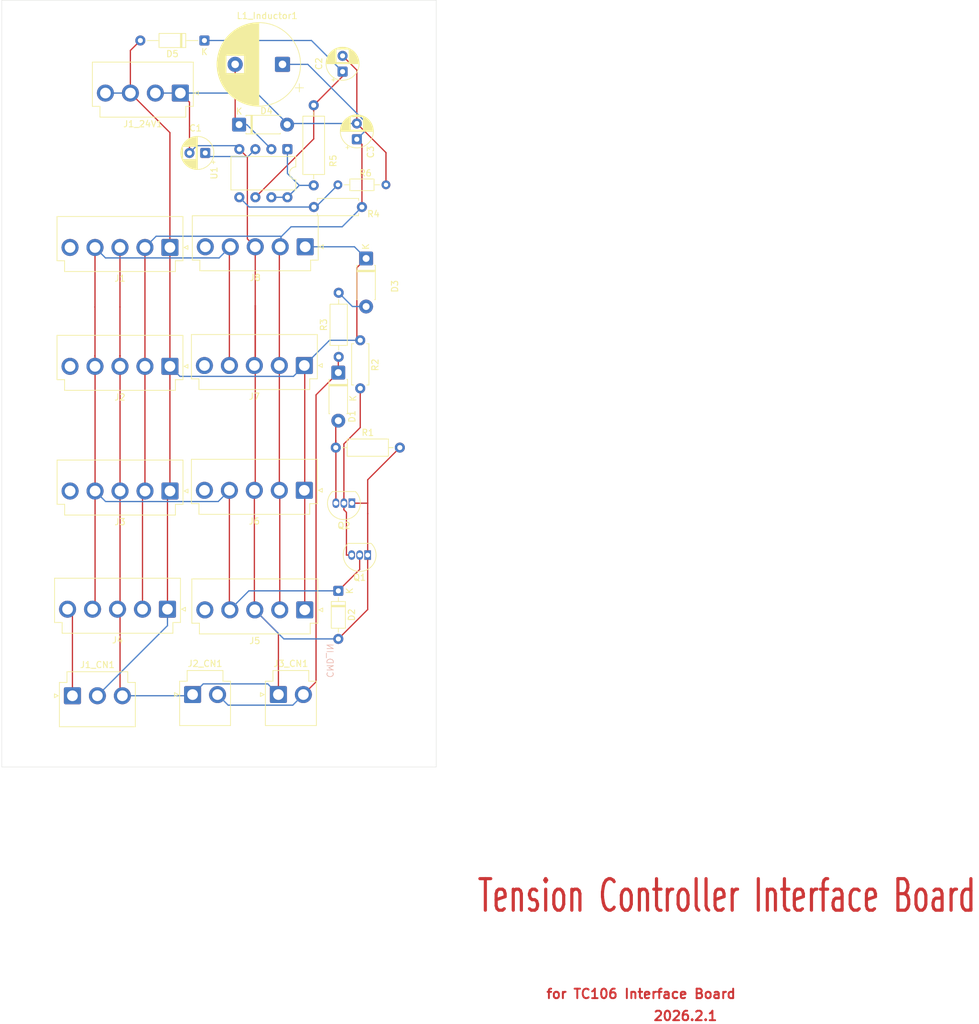
<source format=kicad_pcb>
(kicad_pcb (version 20241229) (generator "pcbnew") (generator_version "9.0")
  (layers (0 "F.Cu" signal) (2 "B.Cu" signal) (13 "F.Paste" user) (15 "B.Paste" user) (5 "F.SilkS" user "F.Silkscreen") (7 "B.SilkS" user "B.Silkscreen") (1 "F.Mask" user) (3 "B.Mask" user) (25 "Edge.Cuts" user))
  (net 0 "")
  (net 1 "+24V")
  (net 2 "/+24V_FILT")
  (net 3 "/CMD_IN_PROT")
  (net 4 "GND")
  (net 5 "/SW_OUT")
  (net 8 "/MC34063_TC")
  (net 9 "/TC_TX_REP")
  (net 10 "/TC_CMD_BUS")
  (net 11 "/+5V_OUT")
  (net 12 "/CMD_IN")
  (net 18 "/Q1_BASE")
  (net 19 "/Q2_BASE")
  (net 20 "/V_FB")
  (net 21 "/I_SENSE")
  (footprint "Connector_JST:JST_VH_B5P-VH-B_1x05_P3.96mm_Vertical" (layer "F.Cu") (at 135.4558 71.3262 180)
    (property "Reference" "J1" (at 7.92 -4.9 0) (layer "F.SilkS"))
    (property "Value" "JST_VH_01x05")
    (pad "1" thru_hole roundrect (at 0 0 180) (size 2.7 2.7) (drill 1.7) (layers "*.Cu" "*.Mask") (roundrect_rratio 0.092593) (net 1 "+24V"))
    (pad "2" thru_hole circle (at 3.96 0 180) (size 2.7 2.7) (drill 1.7) (layers "*.Cu" "*.Mask") (net 11 "/+5V_OUT"))
    (pad "3" thru_hole circle (at 7.92 0 180) (size 2.7 2.7) (drill 1.7) (layers "*.Cu" "*.Mask") (net 4 "GND"))
    (pad "4" thru_hole circle (at 11.88 0 180) (size 2.7 2.7) (drill 1.7) (layers "*.Cu" "*.Mask") (net 10 "/TC_CMD_BUS"))
    (pad "5" thru_hole circle (at 15.84 0 180) (size 2.7 2.7) (drill 1.7) (layers "*.Cu" "*.Mask"))
  )
  (footprint "Capacitor_THT:CP_Radial_D5.0mm_P2.50mm" (layer "F.Cu") (at 165.0958 54.1762 90)
    (property "Reference" "C3" (at -2.02 2.19 90) (layer "F.SilkS"))
    (property "Value" "470uF 16V")
    (pad "1" thru_hole roundrect (at 0 0 90) (size 1.6 1.6) (drill 0.8) (layers "*.Cu" "*.Mask") (roundrect_rratio 0.15625) (net 11 "/+5V_OUT"))
    (pad "2" thru_hole circle (at 2.5 0 90) (size 1.6 1.6) (drill 0.8) (layers "*.Cu" "*.Mask") (net 4 "GND"))
  )
  (footprint "Resistor_THT:R_Axial_DIN0204_L3.6mm_D1.6mm_P7.62mm_Horizontal" (layer "F.Cu") (at 162.0958 61.3962)
    (property "Reference" "R6" (at 4.37 -1.84 0) (layer "F.SilkS"))
    (property "Value" "1k")
    (pad "1" thru_hole circle (at 0 0) (size 1.4 1.4) (drill 0.7) (layers "*.Cu" "*.Mask") (net 20 "/V_FB"))
    (pad "2" thru_hole circle (at 7.62 0) (size 1.4 1.4) (drill 0.7) (layers "*.Cu" "*.Mask") (net 4 "GND"))
  )
  (footprint "Resistor_THT:R_Axial_DIN0207_L6.3mm_D2.5mm_P10.16mm_Horizontal" (layer "F.Cu") (at 161.7558 103.0462)
    (property "Reference" "R1" (at 5.08 -2.37 0) (layer "F.SilkS"))
    (property "Value" "220")
    (pad "1" thru_hole circle (at 0 0) (size 1.6 1.6) (drill 0.8) (layers "*.Cu" "*.Mask") (net 19 "/Q2_BASE"))
    (pad "2" thru_hole circle (at 10.16 0) (size 1.6 1.6) (drill 0.8) (layers "*.Cu" "*.Mask") (net 4 "GND"))
  )
  (footprint "Connector_JST:JST_VH_B5P-VH-B_1x05_P3.96mm_Vertical" (layer "F.Cu") (at 156.9058 71.2162 180)
    (property "Reference" "J8" (at 7.92 -4.9 0) (layer "F.SilkS"))
    (property "Value" "JST_VH_01x05" (hide yes))
    (pad "1" thru_hole roundrect (at 0 0 180) (size 2.7 2.7) (drill 1.7) (layers "*.Cu" "*.Mask") (roundrect_rratio 0.092593) (net 1 "+24V"))
    (pad "2" thru_hole circle (at 3.96 0 180) (size 2.7 2.7) (drill 1.7) (layers "*.Cu" "*.Mask") (net 11 "/+5V_OUT"))
    (pad "3" thru_hole circle (at 7.92 0 180) (size 2.7 2.7) (drill 1.7) (layers "*.Cu" "*.Mask") (net 4 "GND"))
    (pad "4" thru_hole circle (at 11.88 0 180) (size 2.7 2.7) (drill 1.7) (layers "*.Cu" "*.Mask") (net 10 "/TC_CMD_BUS"))
    (pad "5" thru_hole circle (at 15.84 0 180) (size 2.7 2.7) (drill 1.7) (layers "*.Cu" "*.Mask"))
  )
  (footprint "Resistor_THT:R_Axial_DIN0207_L6.3mm_D2.5mm_P7.62mm_Horizontal" (layer "F.Cu") (at 165.6358 86.0362 -90)
    (property "Reference" "R2" (at 3.9 -2.37 90) (layer "F.SilkS"))
    (property "Value" "10k")
    (pad "1" thru_hole circle (at 0 0 270) (size 1.6 1.6) (drill 0.8) (layers "*.Cu" "*.Mask") (net 1 "+24V"))
    (pad "2" thru_hole circle (at 7.62 0 270) (size 1.6 1.6) (drill 0.8) (layers "*.Cu" "*.Mask") (net 18 "/Q1_BASE"))
  )
  (footprint "Resistor_THT:R_Axial_DIN0207_L6.3mm_D2.5mm_P10.16mm_Horizontal" (layer "F.Cu") (at 162.2158 88.6662 90)
    (property "Reference" "R3" (at 5.08 -2.37 90) (layer "F.SilkS"))
    (property "Value" "1k2")
    (pad "1" thru_hole circle (at 0 0 90) (size 1.6 1.6) (drill 0.8) (layers "*.Cu" "*.Mask") (net 12 "/CMD_IN"))
    (pad "2" thru_hole circle (at 10.16 0 90) (size 1.6 1.6) (drill 0.8) (layers "*.Cu" "*.Mask") (net 3 "/CMD_IN_PROT"))
  )
  (footprint "Diode_THT:D_DO-35_SOD27_P7.62mm_Horizontal" (layer "F.Cu") (at 162.1604 125.747 -90)
    (property "Reference" "D2" (at 3.81 -2.12 270) (layer "F.SilkS"))
    (property "Value" "1N4148")
    (fp_text user "K" (at 0 -1.8 270) (layer "F.SilkS"))
    (pad "1" thru_hole roundrect (at 0 0 270) (size 1.6 1.6) (drill 0.8) (layers "*.Cu" "*.Mask") (roundrect_rratio 0.15625) (net 10 "/TC_CMD_BUS"))
    (pad "2" thru_hole circle (at 7.62 0 270) (size 1.6 1.6) (drill 0.8) (layers "*.Cu" "*.Mask") (net 4 "GND"))
  )
  (footprint "Diode_THT:D_DO-41_SOD81_P7.62mm_Horizontal" (layer "F.Cu") (at 162.1558 91.1562 -90)
    (property "Reference" "D1" (at 6.95 -2.19 270) (layer "F.SilkS"))
    (property "Value" "1N4148")
    (fp_text user "K" (at 4.08 -2.34 270) (layer "F.SilkS"))
    (pad "1" thru_hole roundrect (at 0 0 270) (size 2.2 2.2) (drill 1.1) (layers "*.Cu" "*.Mask") (roundrect_rratio 0.113636) (net 12 "/CMD_IN"))
    (pad "2" thru_hole circle (at 7.62 0 270) (size 2.2 2.2) (drill 1.1) (layers "*.Cu" "*.Mask") (net 19 "/Q2_BASE"))
  )
  (footprint "Connector_JST:JST_VH_B5P-VH-B_1x05_P3.96mm_Vertical" (layer "F.Cu") (at 156.8358 128.7662 180)
    (property "Reference" "J5" (at 7.92 -4.9 0) (layer "F.SilkS"))
    (property "Value" "JST_VH_01x05" (hide yes))
    (pad "1" thru_hole roundrect (at 0 0 180) (size 2.7 2.7) (drill 1.7) (layers "*.Cu" "*.Mask") (roundrect_rratio 0.092593) (net 1 "+24V"))
    (pad "2" thru_hole circle (at 3.96 0 180) (size 2.7 2.7) (drill 1.7) (layers "*.Cu" "*.Mask") (net 11 "/+5V_OUT"))
    (pad "3" thru_hole circle (at 7.92 0 180) (size 2.7 2.7) (drill 1.7) (layers "*.Cu" "*.Mask") (net 4 "GND"))
    (pad "4" thru_hole circle (at 11.88 0 180) (size 2.7 2.7) (drill 1.7) (layers "*.Cu" "*.Mask") (net 10 "/TC_CMD_BUS"))
    (pad "5" thru_hole circle (at 15.84 0 180) (size 2.7 2.7) (drill 1.7) (layers "*.Cu" "*.Mask"))
  )
  (footprint "Diode_THT:D_DO-41_SOD81_P7.62mm_Horizontal" (layer "F.Cu") (at 146.4258 51.8562)
    (property "Reference" "D4" (at 4.34 -2.18 0) (layer "F.SilkS"))
    (property "Value" "1N5819")
    (fp_text user "K" (at 0 -2.1 0) (layer "F.SilkS"))
    (pad "1" thru_hole roundrect (at 0 0) (size 2.2 2.2) (drill 1.1) (layers "*.Cu" "*.Mask") (roundrect_rratio 0.113636) (net 5 "/SW_OUT"))
    (pad "2" thru_hole circle (at 7.62 0) (size 2.2 2.2) (drill 1.1) (layers "*.Cu" "*.Mask") (net 4 "GND"))
  )
  (footprint "Package_TO_SOT_THT:TO-92_Inline" (layer "F.Cu") (at 164.3158 111.8562 180)
    (property "Reference" "Q2" (at 1.27 -3.56 0) (layer "F.SilkS"))
    (property "Value" "DTC143E")
    (pad "1" thru_hole rect (at 0 0 180) (size 1.05 1.5) (drill 0.75) (layers "*.Cu" "*.Mask") (net 4 "GND"))
    (pad "2" thru_hole oval (at 1.27 0 180) (size 1.05 1.5) (drill 0.75) (layers "*.Cu" "*.Mask") (net 18 "/Q1_BASE"))
    (pad "3" thru_hole oval (at 2.54 0 180) (size 1.05 1.5) (drill 0.75) (layers "*.Cu" "*.Mask") (net 19 "/Q2_BASE"))
  )
  (footprint "Capacitor_THT:CP_Radial_D13.0mm_P7.50mm" (layer "F.Cu") (at 153.301 42.3062 180)
    (property "Reference" "L1_Inductor1" (at 2.428788 7.7 0) (layer "F.SilkS"))
    (property "Value" "330uH" (hide yes))
    (pad "1" thru_hole roundrect (at 0 0 180) (size 2.4 2.4) (drill 1.2) (layers "*.Cu" "*.Mask") (roundrect_rratio 0.104167) (net 11 "/+5V_OUT"))
    (pad "2" thru_hole circle (at 7.5 0 180) (size 2.4 2.4) (drill 1.2) (layers "*.Cu" "*.Mask") (net 5 "/SW_OUT"))
  )
  (footprint "Capacitor_THT:CP_Radial_D5.0mm_P2.50mm" (layer "F.Cu") (at 162.8358 43.4562 90)
    (property "Reference" "C2" (at 1.25 -3.75 90) (layer "F.SilkS"))
    (property "Value" "1000uF 35V")
    (pad "1" thru_hole roundrect (at 0 0 90) (size 1.6 1.6) (drill 0.8) (layers "*.Cu" "*.Mask") (roundrect_rratio 0.15625) (net 2 "/+24V_FILT"))
    (pad "2" thru_hole circle (at 2.5 0 90) (size 1.6 1.6) (drill 0.8) (layers "*.Cu" "*.Mask") (net 4 "GND"))
  )
  (footprint "Resistor_THT:R_Axial_DIN0309_L9.0mm_D3.2mm_P12.70mm_Horizontal" (layer "F.Cu") (at 158.2558 61.4862 90)
    (property "Reference" "R5" (at 3.88 3.09 90) (layer "F.SilkS"))
    (property "Value" "0R22")
    (pad "1" thru_hole circle (at 0 0 90) (size 1.6 1.6) (drill 0.8) (layers "*.Cu" "*.Mask") (net 21 "/I_SENSE"))
    (pad "2" thru_hole circle (at 12.7 0 90) (size 1.6 1.6) (drill 0.8) (layers "*.Cu" "*.Mask") (net 2 "/+24V_FILT"))
  )
  (footprint "Capacitor_THT:CP_Radial_D5.0mm_P2.50mm" (layer "F.Cu") (at 141.0558 56.3462 180)
    (property "Reference" "C1" (at 1.54 3.93 0) (layer "F.SilkS"))
    (property "Value" "470pF 100V")
    (pad "1" thru_hole roundrect (at 0 0 180) (size 1.6 1.6) (drill 0.8) (layers "*.Cu" "*.Mask") (roundrect_rratio 0.15625) (net 8 "/MC34063_TC"))
    (pad "2" thru_hole circle (at 2.5 0 180) (size 1.6 1.6) (drill 0.8) (layers "*.Cu" "*.Mask") (net 4 "GND"))
  )
  (footprint "Connector_JST:JST_VH_B5P-VH-B_1x05_P3.96mm_Vertical" (layer "F.Cu") (at 135.4558 90.1662 180)
    (property "Reference" "J2" (at 7.92 -4.9 0) (layer "F.SilkS"))
    (property "Value" "JST_VH_01x05")
    (pad "1" thru_hole roundrect (at 0 0 180) (size 2.7 2.7) (drill 1.7) (layers "*.Cu" "*.Mask") (roundrect_rratio 0.092593) (net 1 "+24V"))
    (pad "2" thru_hole circle (at 3.96 0 180) (size 2.7 2.7) (drill 1.7) (layers "*.Cu" "*.Mask") (net 11 "/+5V_OUT"))
    (pad "3" thru_hole circle (at 7.92 0 180) (size 2.7 2.7) (drill 1.7) (layers "*.Cu" "*.Mask") (net 4 "GND"))
    (pad "4" thru_hole circle (at 11.88 0 180) (size 2.7 2.7) (drill 1.7) (layers "*.Cu" "*.Mask") (net 10 "/TC_CMD_BUS"))
    (pad "5" thru_hole circle (at 15.84 0 180) (size 2.7 2.7) (drill 1.7) (layers "*.Cu" "*.Mask"))
  )
  (footprint "Package_TO_SOT_THT:TO-92_Inline" (layer "F.Cu") (at 166.8158 120.0762 180)
    (property "Reference" "Q1" (at 1.27 -3.56 0) (layer "F.SilkS"))
    (property "Value" "DTC143E")
    (pad "1" thru_hole rect (at 0 0 180) (size 1.05 1.5) (drill 0.75) (layers "*.Cu" "*.Mask") (net 4 "GND"))
    (pad "2" thru_hole oval (at 1.27 0 180) (size 1.05 1.5) (drill 0.75) (layers "*.Cu" "*.Mask") (net 10 "/TC_CMD_BUS"))
    (pad "3" thru_hole oval (at 2.54 0 180) (size 1.05 1.5) (drill 0.75) (layers "*.Cu" "*.Mask") (net 18 "/Q1_BASE"))
  )
  (footprint "Diode_THT:D_DO-41_SOD81_P7.62mm_Horizontal" (layer "F.Cu") (at 166.5658 73.0662 -90)
    (property "Reference" "D3" (at 4.42 -4.56 90) (layer "F.SilkS"))
    (property "Value" "1N4007")
    (fp_text user "K" (at -1.88 0.043572 90) (layer "F.SilkS"))
    (pad "1" thru_hole roundrect (at 0 0 270) (size 2.2 2.2) (drill 1.1) (layers "*.Cu" "*.Mask") (roundrect_rratio 0.113636) (net 1 "+24V"))
    (pad "2" thru_hole circle (at 7.62 0 270) (size 2.2 2.2) (drill 1.1) (layers "*.Cu" "*.Mask") (net 3 "/CMD_IN_PROT"))
  )
  (footprint "Connector_JST:JST_VH_B5P-VH-B_1x05_P3.96mm_Vertical" (layer "F.Cu") (at 156.7658 109.8162 180)
    (property "Reference" "J6" (at 7.92 -4.9 0) (layer "F.SilkS"))
    (property "Value" "JST_VH_01x05" (hide yes))
    (pad "1" thru_hole roundrect (at 0 0 180) (size 2.7 2.7) (drill 1.7) (layers "*.Cu" "*.Mask") (roundrect_rratio 0.092593) (net 1 "+24V"))
    (pad "2" thru_hole circle (at 3.96 0 180) (size 2.7 2.7) (drill 1.7) (layers "*.Cu" "*.Mask") (net 11 "/+5V_OUT"))
    (pad "3" thru_hole circle (at 7.92 0 180) (size 2.7 2.7) (drill 1.7) (layers "*.Cu" "*.Mask") (net 4 "GND"))
    (pad "4" thru_hole circle (at 11.88 0 180) (size 2.7 2.7) (drill 1.7) (layers "*.Cu" "*.Mask") (net 10 "/TC_CMD_BUS"))
    (pad "5" thru_hole circle (at 15.84 0 180) (size 2.7 2.7) (drill 1.7) (layers "*.Cu" "*.Mask"))
  )
  (footprint "Package_DIP:DIP-8_W7.62mm" (layer "F.Cu") (at 154.0858 55.7512 -90)
    (property "Reference" "U1" (at 3.785 11.62 90) (layer "F.SilkS"))
    (property "Value" "MC34063AP")
    (pad "1" thru_hole roundrect (at 0 0 270) (size 1.6 1.6) (drill 0.8) (layers "*.Cu" "*.Mask") (roundrect_rratio 0.15625) (net 21 "/I_SENSE"))
    (pad "2" thru_hole circle (at 0 2.54 270) (size 1.6 1.6) (drill 0.8) (layers "*.Cu" "*.Mask") (net 5 "/SW_OUT"))
    (pad "3" thru_hole circle (at 0 5.08 270) (size 1.6 1.6) (drill 0.8) (layers "*.Cu" "*.Mask") (net 8 "/MC34063_TC"))
    (pad "4" thru_hole circle (at 0 7.62 270) (size 1.6 1.6) (drill 0.8) (layers "*.Cu" "*.Mask") (net 4 "GND"))
    (pad "5" thru_hole circle (at 7.62 7.62 270) (size 1.6 1.6) (drill 0.8) (layers "*.Cu" "*.Mask") (net 20 "/V_FB"))
    (pad "6" thru_hole circle (at 7.62 5.08 270) (size 1.6 1.6) (drill 0.8) (layers "*.Cu" "*.Mask") (net 2 "/+24V_FILT"))
    (pad "7" thru_hole circle (at 7.62 2.54 270) (size 1.6 1.6) (drill 0.8) (layers "*.Cu" "*.Mask") (net 21 "/I_SENSE"))
    (pad "8" thru_hole circle (at 7.62 0 270) (size 1.6 1.6) (drill 0.8) (layers "*.Cu" "*.Mask") (net 21 "/I_SENSE"))
  )
  (footprint "Connector_JST:JST_VH_B5P-VH-B_1x05_P3.96mm_Vertical" (layer "F.Cu") (at 135.4658 109.9262 180)
    (property "Reference" "J3" (at 7.92 -4.9 0) (layer "F.SilkS"))
    (property "Value" "JST_VH_01x05")
    (pad "1" thru_hole roundrect (at 0 0 180) (size 2.7 2.7) (drill 1.7) (layers "*.Cu" "*.Mask") (roundrect_rratio 0.092593) (net 1 "+24V"))
    (pad "2" thru_hole circle (at 3.96 0 180) (size 2.7 2.7) (drill 1.7) (layers "*.Cu" "*.Mask") (net 11 "/+5V_OUT"))
    (pad "3" thru_hole circle (at 7.92 0 180) (size 2.7 2.7) (drill 1.7) (layers "*.Cu" "*.Mask") (net 4 "GND"))
    (pad "4" thru_hole circle (at 11.88 0 180) (size 2.7 2.7) (drill 1.7) (layers "*.Cu" "*.Mask") (net 10 "/TC_CMD_BUS"))
    (pad "5" thru_hole circle (at 15.84 0 180) (size 2.7 2.7) (drill 1.7) (layers "*.Cu" "*.Mask"))
  )
  (footprint "Connector_JST:JST_VH_B5P-VH-B_1x05_P3.96mm_Vertical" (layer "F.Cu") (at 135.0658 128.6562 180)
    (property "Reference" "J4" (at 7.92 -4.9 0) (layer "F.SilkS"))
    (property "Value" "JST_VH_01x05" (hide yes))
    (pad "1" thru_hole roundrect (at 0 0 180) (size 2.7 2.7) (drill 1.7) (layers "*.Cu" "*.Mask") (roundrect_rratio 0.092593) (net 1 "+24V"))
    (pad "2" thru_hole circle (at 3.96 0 180) (size 2.7 2.7) (drill 1.7) (layers "*.Cu" "*.Mask") (net 11 "/+5V_OUT"))
    (pad "3" thru_hole circle (at 7.92 0 180) (size 2.7 2.7) (drill 1.7) (layers "*.Cu" "*.Mask") (net 4 "GND"))
    (pad "4" thru_hole circle (at 11.88 0 180) (size 2.7 2.7) (drill 1.7) (layers "*.Cu" "*.Mask") (net 10 "/TC_CMD_BUS"))
    (pad "5" thru_hole circle (at 15.84 0 180) (size 2.7 2.7) (drill 1.7) (layers "*.Cu" "*.Mask") (net 9 "/TC_TX_REP"))
  )
  (footprint "Connector_JST:JST_VH_B4P-VH-B_1x04_P3.96mm_Vertical" (layer "F.Cu") (at 137.1058 46.8562 180)
    (property "Reference" "J1_24V1" (at 5.94 -4.9 0) (layer "F.SilkS"))
    (property "Value" "JST_VH_01x04")
    (pad "1" thru_hole roundrect (at 0 0 180) (size 2.7 2.7) (drill 1.7) (layers "*.Cu" "*.Mask") (roundrect_rratio 0.092593) (net 4 "GND"))
    (pad "2" thru_hole circle (at 3.96 0 180) (size 2.7 2.7) (drill 1.7) (layers "*.Cu" "*.Mask") (net 4 "GND"))
    (pad "3" thru_hole circle (at 7.92 0 180) (size 2.7 2.7) (drill 1.7) (layers "*.Cu" "*.Mask") (net 1 "+24V"))
    (pad "4" thru_hole circle (at 11.88 0 180) (size 2.7 2.7) (drill 1.7) (layers "*.Cu" "*.Mask") (net 1 "+24V"))
  )
  (footprint "Diode_THT:D_DO-35_SOD27_P10.16mm_Horizontal" (layer "F.Cu") (at 140.9258 38.5262 180)
    (property "Reference" "D5" (at 5.08 -2.12 180) (layer "F.SilkS"))
    (property "Value" "1N4148")
    (fp_text user "K" (at 0 -1.8 180) (layer "F.SilkS"))
    (pad "1" thru_hole roundrect (at 0 0 180) (size 1.6 1.6) (drill 0.8) (layers "*.Cu" "*.Mask") (roundrect_rratio 0.15625) (net 2 "/+24V_FILT"))
    (pad "2" thru_hole circle (at 10.16 0 180) (size 1.6 1.6) (drill 0.8) (layers "*.Cu" "*.Mask") (net 1 "+24V"))
  )
  (footprint "Connector_JST:JST_VH_B2P-VH-B_1x02_P3.96mm_Vertical" (layer "F.Cu") (at 152.6583 142.1862)
    (property "Reference" "J3_CN1" (at 1.98 -4.9 0) (layer "F.SilkS"))
    (property "Value" "JST_VH_01x02")
    (pad "1" thru_hole roundrect (at 0 0) (size 2.7 2.7) (drill 1.7) (layers "*.Cu" "*.Mask") (roundrect_rratio 0.092593) (net 4 "GND"))
    (pad "2" thru_hole circle (at 3.96 0) (size 2.7 2.7) (drill 1.7) (layers "*.Cu" "*.Mask") (net 12 "/CMD_IN"))
  )
  (footprint "Connector_JST:JST_VH_B3P-VH-B_1x03_P3.96mm_Vertical" (layer "F.Cu") (at 119.9958 142.3762)
    (property "Reference" "J1_CN1" (at 3.96 -4.9 0) (layer "F.SilkS"))
    (property "Value" "JST_VH_01x03")
    (pad "1" thru_hole roundrect (at 0 0) (size 2.7 2.7) (drill 1.7) (layers "*.Cu" "*.Mask") (roundrect_rratio 0.092593) (net 9 "/TC_TX_REP"))
    (pad "2" thru_hole circle (at 3.96 0) (size 2.7 2.7) (drill 1.7) (layers "*.Cu" "*.Mask") (net 1 "+24V"))
    (pad "3" thru_hole circle (at 7.92 0) (size 2.7 2.7) (drill 1.7) (layers "*.Cu" "*.Mask") (net 4 "GND"))
  )
  (footprint "Connector_JST:JST_VH_B2P-VH-B_1x02_P3.96mm_Vertical" (layer "F.Cu") (at 139.0483 142.1862)
    (property "Reference" "J2_CN1" (at 1.98 -4.9 0) (layer "F.SilkS"))
    (property "Value" "JST_VH_01x02")
    (pad "1" thru_hole roundrect (at 0 0) (size 2.7 2.7) (drill 1.7) (layers "*.Cu" "*.Mask") (roundrect_rratio 0.092593) (net 4 "GND"))
    (pad "2" thru_hole circle (at 3.96 0) (size 2.7 2.7) (drill 1.7) (layers "*.Cu" "*.Mask") (net 12 "/CMD_IN"))
  )
  (footprint "Connector_JST:JST_VH_B5P-VH-B_1x05_P3.96mm_Vertical" (layer "F.Cu") (at 156.7658 90.0362 180)
    (property "Reference" "J7" (at 7.92 -4.9 0) (layer "F.SilkS"))
    (property "Value" "JST_VH_01x05" (hide yes))
    (pad "1" thru_hole roundrect (at 0 0 180) (size 2.7 2.7) (drill 1.7) (layers "*.Cu" "*.Mask") (roundrect_rratio 0.092593) (net 1 "+24V"))
    (pad "2" thru_hole circle (at 3.96 0 180) (size 2.7 2.7) (drill 1.7) (layers "*.Cu" "*.Mask") (net 11 "/+5V_OUT"))
    (pad "3" thru_hole circle (at 7.92 0 180) (size 2.7 2.7) (drill 1.7) (layers "*.Cu" "*.Mask") (net 4 "GND"))
    (pad "4" thru_hole circle (at 11.88 0 180) (size 2.7 2.7) (drill 1.7) (layers "*.Cu" "*.Mask") (net 10 "/TC_CMD_BUS"))
    (pad "5" thru_hole circle (at 15.84 0 180) (size 2.7 2.7) (drill 1.7) (layers "*.Cu" "*.Mask"))
  )
  (footprint "Resistor_THT:R_Axial_DIN0207_L6.3mm_D2.5mm_P7.62mm_Horizontal" (layer "F.Cu") (at 158.2858 64.9162)
    (property "Reference" "R4" (at 9.45 1.1 0) (layer "F.SilkS"))
    (property "Value" "6k2")
    (pad "1" thru_hole circle (at 0 0) (size 1.6 1.6) (drill 0.8) (layers "*.Cu" "*.Mask") (net 20 "/V_FB"))
    (pad "2" thru_hole circle (at 7.62 0) (size 1.6 1.6) (drill 0.8) (layers "*.Cu" "*.Mask") (net 11 "/+5V_OUT"))
  )
  (gr_rect (start 108.8 32.13) (end 177.69 153.68) (stroke (width 0.05)) (fill no) (layer "Edge.Cuts"))
  (gr_text "Tension Controller Interface Board" (at 184 177 0) (layer "F.Cu") (effects (font (size 5 3) (thickness 0.5)) (justify left bottom)))
  (gr_text "for TC106 Interface Board" (at 195 190.5 0) (layer "F.Cu") (effects (font (size 1.5 1.5) (thickness 0.3) (bold yes)) (justify left bottom)))
  (gr_text "2026.2.1" (at 212 194 0) (layer "F.Cu") (effects (font (size 1.5 1.5) (thickness 0.3) (bold yes)) (justify left bottom)))
  (gr_text "CMD_IN" (at 160.23 139.59 270) (layer "B.SilkS") (effects (font (size 1 1) (thickness 0.1)) (justify left bottom mirror)))
  (segment (start 135.4558 109.9262) (end 135.0658 110.3162) (width 0.2) (layer "F.Cu") (net 1))
  (segment (start 166.5658 73.0662) (end 165.1033 74.5287) (width 0.2) (layer "F.Cu") (net 1))
  (segment (start 129.1858 40.1062) (end 129.1858 46.8562) (width 0.2) (layer "F.Cu") (net 1))
  (segment (start 165.1033 85.5037) (end 165.6358 86.0362) (width 0.2) (layer "F.Cu") (net 1))
  (segment (start 135.4558 53.1262) (end 135.4558 71.3262) (width 0.2) (layer "F.Cu") (net 1))
  (segment (start 156.8358 110.8409) (end 156.8358 90.1062) (width 0.2) (layer "F.Cu") (net 1))
  (segment (start 135.0658 110.3162) (end 135.0658 128.6562) (width 0.2) (layer "F.Cu") (net 1))
  (segment (start 129.1858 46.8562) (end 135.4558 53.1262) (width 0.2) (layer "F.Cu") (net 1))
  (segment (start 156.8358 90.1062) (end 156.7658 90.0362) (width 0.2) (layer "F.Cu") (net 1))
  (segment (start 135.4658 109.9262) (end 135.4558 109.9262) (width 0.2) (layer "F.Cu") (net 1))
  (segment (start 156.8358 109.8862) (end 156.8358 110.8409) (width 0.2) (layer "F.Cu") (net 1))
  (segment (start 130.7658 38.5262) (end 129.1858 40.1062) (width 0.2) (layer "F.Cu") (net 1))
  (segment (start 156.8358 110.8409) (end 156.8358 128.7662) (width 0.2) (layer "F.Cu") (net 1))
  (segment (start 135.4558 109.9262) (end 135.4558 90.1662) (width 0.2) (layer "F.Cu") (net 1))
  (segment (start 165.1033 74.5287) (end 165.1033 85.5037) (width 0.2) (layer "F.Cu") (net 1))
  (segment (start 156.7658 109.8162) (end 156.8358 109.8862) (width 0.2) (layer "F.Cu") (net 1))
  (segment (start 135.4558 71.3262) (end 135.4558 90.1662) (width 0.2) (layer "F.Cu") (net 1))
  (segment (start 156.7658 90.0362) (end 155.0435 91.7585) (width 0.2) (layer "B.Cu") (net 1))
  (segment (start 160.7658 86.0362) (end 156.7658 90.0362) (width 0.2) (layer "B.Cu") (net 1))
  (segment (start 123.9558 142.3762) (end 135.0658 131.2662) (width 0.2) (layer "B.Cu") (net 1))
  (segment (start 156.9058 71.2162) (end 164.7158 71.2162) (width 0.2) (layer "B.Cu") (net 1))
  (segment (start 137.0481 91.7585) (end 135.4558 90.1662) (width 0.2) (layer "B.Cu") (net 1))
  (segment (start 125.2258 46.8562) (end 129.1858 46.8562) (width 0.2) (layer "B.Cu") (net 1))
  (segment (start 155.0435 91.7585) (end 137.0481 91.7585) (width 0.2) (layer "B.Cu") (net 1))
  (segment (start 135.0658 131.2662) (end 135.0658 128.6562) (width 0.2) (layer "B.Cu") (net 1))
  (segment (start 164.7158 71.2162) (end 166.5658 73.0662) (width 0.2) (layer "B.Cu") (net 1))
  (segment (start 165.6358 86.0362) (end 160.7658 86.0362) (width 0.2) (layer "B.Cu") (net 1))
  (segment (start 162.8358 44.2062) (end 162.8358 43.4562) (width 0.2) (layer "F.Cu") (net 2))
  (segment (start 149.0058 63.3712) (end 158.2558 54.1212) (width 0.2) (layer "F.Cu") (net 2))
  (segment (start 158.2558 48.7862) (end 162.8358 44.2062) (width 0.2) (layer "F.Cu") (net 2))
  (segment (start 158.2558 54.1212) (end 158.2558 48.7862) (width 0.2) (layer "F.Cu") (net 2))
  (segment (start 140.9258 38.5262) (end 157.9058 38.5262) (width 0.2) (layer "B.Cu") (net 2))
  (segment (start 157.9058 38.5262) (end 162.8358 43.4562) (width 0.2) (layer "B.Cu") (net 2))
  (segment (start 164.3958 80.6862) (end 162.2158 78.5062) (width 0.2) (layer "B.Cu") (net 3))
  (segment (start 166.5658 80.6862) (end 164.3958 80.6862) (width 0.2) (layer "B.Cu") (net 3))
  (segment (start 148.9858 109.6762) (end 148.8458 109.8162) (width 0.2) (layer "F.Cu") (net 4))
  (segment (start 127.5458 142.0062) (end 127.9158 142.3762) (width 0.2) (layer "F.Cu") (net 4))
  (segment (start 166.8158 113.4882) (end 166.8158 113.5295) (width 0.2) (layer "F.Cu") (net 4))
  (segment (start 137.1058 46.8562) (end 138.5558 48.3062) (width 0.2) (layer "F.Cu") (net 4))
  (segment (start 152.6583 142.1862) (end 152.6583 132.5087) (width 0.2) (layer "F.Cu") (net 4))
  (segment (start 165.0958 51.6762) (end 165.0958 43.2162) (width 0.2) (layer "F.Cu") (net 4))
  (segment (start 148.8458 90.0362) (end 148.9858 89.8962) (width 0.2) (layer "F.Cu") (net 4))
  (segment (start 171.9158 103.0462) (end 166.8158 108.1462) (width 0.2) (layer "F.Cu") (net 4))
  (segment (start 127.5358 80.7562) (end 127.5358 88.4753) (width 0.2) (layer "F.Cu") (net 4))
  (segment (start 166.8158 108.1462) (end 166.8158 111.8562) (width 0.2) (layer "F.Cu") (net 4))
  (segment (start 148.8458 128.6962) (end 148.8458 109.8162) (width 0.2) (layer "F.Cu") (net 4))
  (segment (start 127.5458 127.7014) (end 127.5458 128.2562) (width 0.2) (layer "F.Cu") (net 4))
  (segment (start 127.5358 88.5052) (end 127.5358 88.5053) (width 0.2) (layer "F.Cu") (net 4))
  (segment (start 169.7158 56.2962) (end 169.7158 61.3962) (width 0.2) (layer "F.Cu") (net 4))
  (segment (start 166.8158 120.0762) (end 166.8158 113.5295) (width 0.2) (layer "F.Cu") (net 4))
  (segment (start 166.8158 111.8562) (end 165.1425 111.8562) (width 0.2) (layer "F.Cu") (net 4))
  (segment (start 127.5358 88.4852) (end 127.5358 88.4853) (width 0.2) (layer "F.Cu") (net 4))
  (segment (start 138.5558 48.3062) (end 138.5558 56.3462) (width 0.2) (layer "F.Cu") (net 4))
  (segment (start 127.5458 109.9262) (end 127.5458 127.7014) (width 0.2) (layer "F.Cu") (net 4))
  (segment (start 148.9858 80.5562) (end 148.9858 109.6762) (width 0.2) (layer "F.Cu") (net 4))
  (segment (start 162.1604 133.367) (end 166.8158 128.7116) (width 0.2) (layer "F.Cu") (net 4))
  (segment (start 127.5358 88.4753) (end 127.5358 88.4852) (width 0.2) (layer "F.Cu") (net 4))
  (segment (start 152.6583 132.5087) (end 148.9158 128.7662) (width 0.2) (layer "F.Cu") (net 4))
  (segment (start 127.5458 90.1762) (end 127.5458 109.9262) (width 0.2) (layer "F.Cu") (net 4))
  (segment (start 148.9158 128.7662) (end 148.8458 128.6962) (width 0.2) (layer "F.Cu") (net 4))
  (segment (start 164.3158 111.8562) (end 165.1425 111.8562) (width 0.2) (layer "F.Cu") (net 4))
  (segment (start 127.5358 71.3262) (end 127.5358 80.7462) (width 0.2) (layer "F.Cu") (net 4))
  (segment (start 165.0958 43.2162) (end 162.8358 40.9562) (width 0.2) (layer "F.Cu") (net 4))
  (segment (start 127.5458 127.7014) (end 127.5458 142.0062) (width 0.2) (layer "F.Cu") (net 4))
  (segment (start 127.5358 90.1662) (end 127.5458 90.1762) (width 0.2) (layer "F.Cu") (net 4))
  (segment (start 127.5358 88.5251) (end 127.5358 88.5252) (width 0.2) (layer "F.Cu") (net 4))
  (segment (start 127.5358 88.5252) (end 127.5358 90.1662) (width 0.2) (layer "F.Cu") (net 4))
  (segment (start 127.5358 88.4953) (end 127.5358 88.5052) (width 0.2) (layer "F.Cu") (net 4))
  (segment (start 166.8158 128.7116) (end 166.8158 120.0762) (width 0.2) (layer "F.Cu") (net 4))
  (segment (start 148.9858 89.8962) (end 148.9858 80.5562) (width 0.2) (layer "F.Cu") (net 4))
  (segment (start 127.5358 88.5053) (end 127.5358 88.5152) (width 0.2) (layer "F.Cu") (net 4))
  (segment (start 127.5458 128.2562) (end 127.1458 128.6562) (width 0.2) (layer "F.Cu") (net 4))
  (segment (start 127.5358 88.5152) (end 127.5358 88.5251) (width 0.2) (layer "F.Cu") (net 4))
  (segment (start 127.5358 88.4952) (end 127.5358 88.4953) (width 0.2) (layer "F.Cu") (net 4))
  (segment (start 165.0958 51.6762) (end 169.7158 56.2962) (width 0.2) (layer "F.Cu") (net 4))
  (segment (start 127.5358 88.4853) (end 127.5358 88.4952) (width 0.2) (layer "F.Cu") (net 4))
  (segment (start 147.7358 57.0212) (end 147.7358 69.9662) (width 0.2) (layer "F.Cu") (net 4))
  (segment (start 146.4658 55.7512) (end 147.7358 57.0212) (width 0.2) (layer "F.Cu") (net 4))
  (segment (start 127.5358 80.7462) (end 127.5358 80.7561) (width 0.2) (layer "F.Cu") (net 4))
  (segment (start 147.7358 69.9662) (end 148.9858 71.2162) (width 0.2) (layer "F.Cu") (net 4))
  (segment (start 127.5358 80.7561) (end 127.5358 80.7562) (width 0.2) (layer "F.Cu") (net 4))
  (segment (start 166.8158 111.8562) (end 166.8158 113.4882) (width 0.2) (layer "F.Cu") (net 4))
  (segment (start 148.9858 80.5562) (end 148.9858 71.2162) (width 0.2) (layer "F.Cu") (net 4))
  (segment (start 150.9678 140.4957) (end 140.7388 140.4957) (width 0.2) (layer "B.Cu") (net 4))
  (segment (start 145.9116 55.197) (end 139.705 55.197) (width 0.2) (layer "B.Cu") (net 4))
  (segment (start 154.0458 51.6762) (end 154.0458 51.8562) (width 0.2) (layer "B.Cu") (net 4))
  (segment (start 154.0458 51.6762) (end 165.0958 51.6762) (width 0.2) (layer "B.Cu") (net 4))
  (segment (start 138.8583 142.3762) (end 139.0483 142.1862) (width 0.2) (layer "B.Cu") (net 4))
  (segment (start 162.1604 133.367) (end 153.5166 133.367) (width 0.2) (layer "B.Cu") (net 4))
  (segment (start 153.5166 133.367) (end 148.9158 128.7662) (width 0.2) (layer "B.Cu") (net 4))
  (segment (start 137.1058 46.8562) (end 149.2258 46.8562) (width 0.2) (layer "B.Cu") (net 4))
  (segment (start 152.6583 142.1862) (end 150.9678 140.4957) (width 0.2) (layer "B.Cu") (net 4))
  (segment (start 140.7388 140.4957) (end 139.0483 142.1862) (width 0.2) (layer "B.Cu") (net 4))
  (segment (start 149.2258 46.8562) (end 154.0458 51.6762) (width 0.2) (layer "B.Cu") (net 4))
  (segment (start 127.9158 142.3762) (end 138.8583 142.3762) (width 0.2) (layer "B.Cu") (net 4))
  (segment (start 146.4658 55.7512) (end 145.9116 55.197) (width 0.2) (layer "B.Cu") (net 4))
  (segment (start 139.705 55.197) (end 138.5558 56.3462) (width 0.2) (layer "B.Cu") (net 4))
  (segment (start 133.1458 46.8562) (end 137.1058 46.8562) (width 0.2) (layer "B.Cu") (net 4))
  (segment (start 145.801 51.2314) (end 145.801 42.3062) (width 0.2) (layer "F.Cu") (net 5))
  (segment (start 146.4258 51.8562) (end 145.801 51.2314) (width 0.2) (layer "F.Cu") (net 5))
  (segment (start 151.5458 55.7512) (end 147.6508 51.8562) (width 0.2) (layer "B.Cu") (net 5))
  (segment (start 147.6508 51.8562) (end 146.4258 51.8562) (width 0.2) (layer "B.Cu") (net 5))
  (segment (start 149.0058 55.7512) (end 147.8475 56.9095) (width 0.2) (layer "B.Cu") (net 8))
  (segment (start 147.8475 56.9095) (end 141.6191 56.9095) (width 0.2) (layer "B.Cu") (net 8))
  (segment (start 141.6191 56.9095) (end 141.0558 56.3462) (width 0.2) (layer "B.Cu") (net 8))
  (segment (start 119.2258 128.6562) (end 119.9958 129.4262) (width 0.2) (layer "F.Cu") (net 9))
  (segment (start 119.9958 129.4262) (end 119.9958 142.3762) (width 0.2) (layer "F.Cu") (net 9))
  (segment (start 123.5758 88.5052) (end 123.5758 88.5053) (width 0.2) (layer "F.Cu") (net 10))
  (segment (start 123.5758 90.1662) (end 123.5858 90.1762) (width 0.2) (layer "F.Cu") (net 10))
  (segment (start 144.8858 71.3562) (end 144.8858 90.0362) (width 0.2) (layer "F.Cu") (net 10))
  (segment (start 145.0258 71.2162) (end 144.8858 71.3562) (width 0.2) (layer "F.Cu") (net 10))
  (segment (start 123.5858 109.9262) (end 123.5858 128.2562) (width 0.2) (layer "F.Cu") (net 10))
  (segment (start 123.5858 128.2562) (end 123.1858 128.6562) (width 0.2) (layer "F.Cu") (net 10))
  (segment (start 123.5758 88.4953) (end 123.5758 88.5052) (width 0.2) (layer "F.Cu") (net 10))
  (segment (start 123.5758 88.4852) (end 123.5758 88.4853) (width 0.2) (layer "F.Cu") (net 10))
  (segment (start 123.5758 80.7562) (end 123.5758 88.4753) (width 0.2) (layer "F.Cu") (net 10))
  (segment (start 123.5758 88.5053) (end 123.5758 88.5152) (width 0.2) (layer "F.Cu") (net 10))
  (segment (start 123.5758 88.4753) (end 123.5758 88.4852) (width 0.2) (layer "F.Cu") (net 10))
  (segment (start 123.5758 88.4853) (end 123.5758 88.4952) (width 0.2) (layer "F.Cu") (net 10))
  (segment (start 123.5858 90.1762) (end 123.5858 109.9262) (width 0.2) (layer "F.Cu") (net 10))
  (segment (start 123.5758 88.5251) (end 123.5758 88.5252) (width 0.2) (layer "F.Cu") (net 10))
  (segment (start 123.5758 88.5252) (end 123.5758 90.1662) (width 0.2) (layer "F.Cu") (net 10))
  (segment (start 123.5758 71.3262) (end 123.5758 80.7462) (width 0.2) (layer "F.Cu") (net 10))
  (segment (start 162.1604 125.747) (end 165.5458 122.3616) (width 0.2) (layer "F.Cu") (net 10))
  (segment (start 144.9558 128.7662) (end 144.8858 128.6962) (width 0.2) (layer "F.Cu") (net 10))
  (segment (start 123.5758 80.7561) (end 123.5758 80.7562) (width 0.2) (layer "F.Cu") (net 10))
  (segment (start 165.5458 122.3616) (end 165.5458 120.0762) (width 0.2) (layer "F.Cu") (net 10))
  (segment (start 144.8858 128.6962) (end 144.8858 109.8162) (width 0.2) (layer "F.Cu") (net 10))
  (segment (start 123.5758 88.5152) (end 123.5758 88.5251) (width 0.2) (layer "F.Cu") (net 10))
  (segment (start 123.5758 80.7462) (end 123.5758 80.7561) (width 0.2) (layer "F.Cu") (net 10))
  (segment (start 123.5758 88.4952) (end 123.5758 88.4953) (width 0.2) (layer "F.Cu") (net 10))
  (segment (start 125.2324 72.9828) (end 143.2592 72.9828) (width 0.2) (layer "B.Cu") (net 10))
  (segment (start 143.2592 72.9828) (end 145.0258 71.2162) (width 0.2) (layer "B.Cu") (net 10))
  (segment (start 147.975 125.747) (end 144.9558 128.7662) (width 0.2) (layer "B.Cu") (net 10))
  (segment (start 123.5758 71.3262) (end 125.2324 72.9828) (width 0.2) (layer "B.Cu") (net 10))
  (segment (start 125.258 111.5984) (end 143.1036 111.5984) (width 0.2) (layer "B.Cu") (net 10))
  (segment (start 123.5858 109.9262) (end 125.258 111.5984) (width 0.2) (layer "B.Cu") (net 10))
  (segment (start 143.1036 111.5984) (end 144.8858 109.8162) (width 0.2) (layer "B.Cu") (net 10))
  (segment (start 162.1604 125.747) (end 147.975 125.747) (width 0.2) (layer "B.Cu") (net 10))
  (segment (start 131.1058 128.6562) (end 131.1058 110.3262) (width 0.2) (layer "F.Cu") (net 11))
  (segment (start 165.9058 54.9862) (end 165.9058 64.9162) (width 0.2) (layer "F.Cu") (net 11))
  (segment (start 131.1058 110.3262) (end 131.5058 109.9262) (width 0.2) (layer "F.Cu") (net 11))
  (segment (start 165.0958 54.1762) (end 165.9058 54.9862) (width 0.2) (layer "F.Cu") (net 11))
  (segment (start 152.8058 71.3562) (end 152.8058 90.0362) (width 0.2) (layer "F.Cu") (net 11))
  (segment (start 152.8758 109.8862) (end 152.8758 128.7662) (width 0.2) (layer "F.Cu") (net 11))
  (segment (start 152.8058 109.8162) (end 152.8758 109.8862) (width 0.2) (layer "F.Cu") (net 11))
  (segment (start 152.8058 109.8162) (end 152.8058 90.0362) (width 0.2) (layer "F.Cu") (net 11))
  (segment (start 152.9458 71.2162) (end 152.8058 71.3562) (width 0.2) (layer "F.Cu") (net 11))
  (segment (start 131.5058 109.9262) (end 131.4958 109.9162) (width 0.2) (layer "F.Cu") (net 11))
  (segment (start 131.4958 90.1662) (end 131.4958 71.3262) (width 0.2) (layer "F.Cu") (net 11))
  (segment (start 131.4958 109.9162) (end 131.4958 90.1662) (width 0.2) (layer "F.Cu") (net 11))
  (segment (start 153.0694 69.6458) (end 154.6707 68.0445) (width 0.2) (layer "B.Cu") (net 11))
  (segment (start 152.9458 71.2162) (end 153.0694 71.0926) (width 0.2) (layer "B.Cu") (net 11))
  (segment (start 166.2274 53.0446) (end 166.2274 51.2108) (width 0.2) (layer "B.Cu") (net 11))
  (segment (start 153.0694 71.0926) (end 153.0694 69.6458) (width 0.2) (layer "B.Cu") (net 11))
  (segment (start 162.7775 68.0445) (end 165.9058 64.9162) (width 0.2) (layer "B.Cu") (net 11))
  (segment (start 157.3228 42.3062) (end 153.301 42.3062) (width 0.2) (layer "B.Cu") (net 11))
  (segment (start 166.2274 51.2108) (end 157.3228 42.3062) (width 0.2) (layer "B.Cu") (net 11))
  (segment (start 152.9696 69.546) (end 133.276 69.546) (width 0.2) (layer "B.Cu") (net 11))
  (segment (start 153.0694 69.6458) (end 152.9696 69.546) (width 0.2) (layer "B.Cu") (net 11))
  (segment (start 133.276 69.546) (end 131.4958 71.3262) (width 0.2) (layer "B.Cu") (net 11))
  (segment (start 165.0958 54.1762) (end 166.2274 53.0446) (width 0.2) (layer "B.Cu") (net 11))
  (segment (start 154.6707 68.0445) (end 162.7775 68.0445) (width 0.2) (layer "B.Cu") (net 11))
  (segment (start 162.1558 91.1562) (end 158.6259 94.6861) (width 0.2) (layer "F.Cu") (net 12))
  (segment (start 158.6259 140.1786) (end 156.6183 142.1862) (width 0.2) (layer "F.Cu") (net 12))
  (segment (start 162.1558 88.7262) (end 162.1558 91.1562) (width 0.2) (layer "F.Cu") (net 12))
  (segment (start 162.2158 88.6662) (end 162.1558 88.7262) (width 0.2) (layer "F.Cu") (net 12))
  (segment (start 158.6259 94.6861) (end 158.6259 140.1786) (width 0.2) (layer "F.Cu") (net 12))
  (segment (start 143.0083 142.1862) (end 144.6859 143.8638) (width 0.2) (layer "B.Cu") (net 12))
  (segment (start 144.6859 143.8638) (end 154.9407 143.8638) (width 0.2) (layer "B.Cu") (net 12))
  (segment (start 154.9407 143.8638) (end 156.6183 142.1862) (width 0.2) (layer "B.Cu") (net 12))
  (segment (start 163.0458 111.9367) (end 163.0458 111.8562) (width 0.2) (layer "F.Cu") (net 18))
  (segment (start 163.0458 111.8562) (end 163.0458 102.4572) (width 0.2) (layer "F.Cu") (net 18))
  (segment (start 163.4491 113.3112) (end 163.0458 112.9079) (width 0.2) (layer "F.Cu") (net 18))
  (segment (start 163.0458 102.4572) (end 165.6358 99.8672) (width 0.2) (layer "F.Cu") (net 18))
  (segment (start 165.6358 99.8672) (end 165.6358 93.6562) (width 0.2) (layer "F.Cu") (net 18))
  (segment (start 164.2758 120.0762) (end 163.4491 120.0762) (width 0.2) (layer "F.Cu") (net 18))
  (segment (start 163.4491 120.0762) (end 163.4491 113.3112) (width 0.2) (layer "F.Cu") (net 18))
  (segment (start 163.0458 111.9367) (end 163.0458 112.9079) (width 0.2) (layer "F.Cu") (net 18))
  (segment (start 161.7559 99.1761) (end 161.7559 101.9292) (width 0.2) (layer "F.Cu") (net 19))
  (segment (start 161.7758 101.9491) (end 161.7758 111.8562) (width 0.2) (layer "F.Cu") (net 19))
  (segment (start 161.7559 101.9292) (end 161.7758 101.9491) (width 0.2) (layer "F.Cu") (net 19))
  (segment (start 161.7558 101.9292) (end 161.7559 101.9292) (width 0.2) (layer "F.Cu") (net 19))
  (segment (start 162.1558 98.7762) (end 161.7559 99.1761) (width 0.2) (layer "F.Cu") (net 19))
  (segment (start 161.7558 101.9292) (end 161.7558 103.0462) (width 0.2) (layer "F.Cu") (net 19))
  (segment (start 158.5758 64.9162) (end 158.2858 64.9162) (width 0.2) (layer "B.Cu") (net 20))
  (segment (start 162.0958 61.3962) (end 158.5758 64.9162) (width 0.2) (layer "B.Cu") (net 20))
  (segment (start 148.0108 64.9162) (end 146.4658 63.3712) (width 0.2) (layer "B.Cu") (net 20))
  (segment (start 158.2858 64.9162) (end 148.0108 64.9162) (width 0.2) (layer "B.Cu") (net 20))
  (segment (start 155.9708 61.4862) (end 155.0283 62.4287) (width 0.2) (layer "B.Cu") (net 21))
  (segment (start 158.2558 61.4862) (end 155.9708 61.4862) (width 0.2) (layer "B.Cu") (net 21))
  (segment (start 154.0858 59.6012) (end 154.0858 55.7512) (width 0.2) (layer "B.Cu") (net 21))
  (segment (start 155.0283 62.4287) (end 154.0858 63.3712) (width 0.2) (layer "B.Cu") (net 21))
  (segment (start 154.0858 63.3712) (end 151.5458 63.3712) (width 0.2) (layer "B.Cu") (net 21))
  (segment (start 155.9708 61.4862) (end 154.0858 59.6012) (width 0.2) (layer "B.Cu") (net 21))
)
</source>
